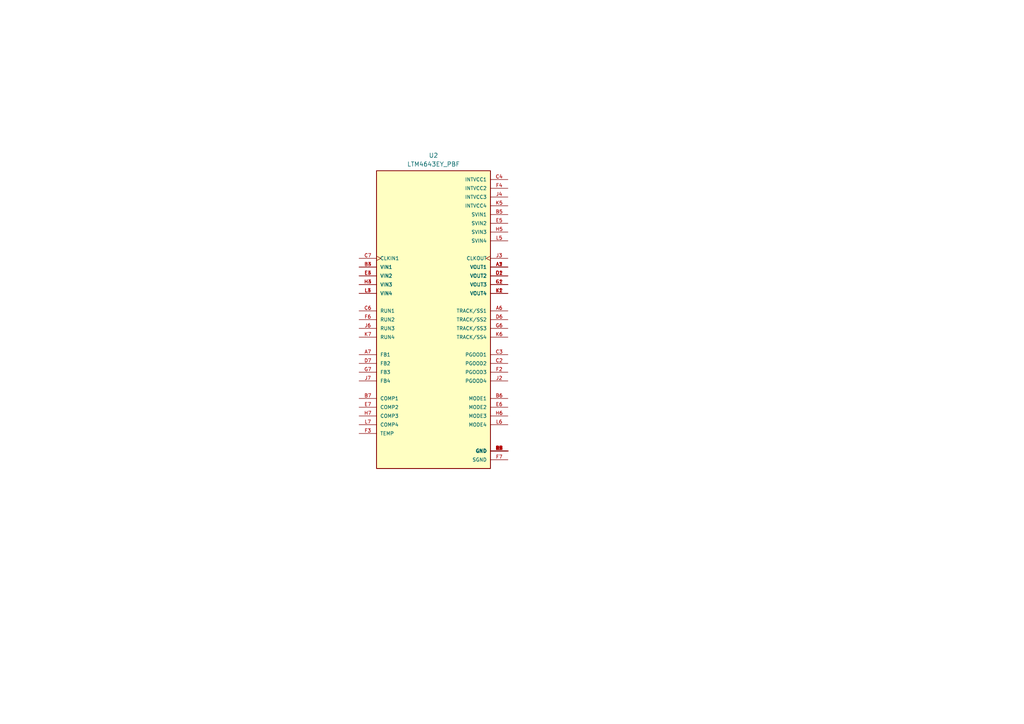
<source format=kicad_sch>
(kicad_sch (version 20230121) (generator eeschema)
  (paper "A4")
  (lib_symbols
    (symbol "pedrolib:LTM4643EY_PBF" (pin_names (offset 1.016))
      (property "Reference" "U" (at -15.2477 43.2018 0))
      (property "Value" "LTM4643EY_PBF" (at -15.2641 -45.7922 0))
      (symbol "LTM4643EY_PBF_0_0"
        (rectangle (start -15.24 -43.18) (end 17.78 43.18) (stroke (width 0.254)) (fill (type background)))
        (pin output line (at 22.86 15.24 180) (length 5.08) (name "VOUT1") (number "A1"))
        (pin output line (at 22.86 15.24 180) (length 5.08) (name "VOUT1") (number "A2"))
        (pin output line (at 22.86 15.24 180) (length 5.08) (name "VOUT1") (number "A3"))
        (pin power_in line (at 22.86 -38.1 180) (length 5.08) (name "GND") (number "A4"))
        (pin power_in line (at 22.86 -38.1 180) (length 5.08) (name "GND") (number "A5"))
        (pin output line (at 22.86 2.54 180) (length 5.08) (name "TRACK/SS1") (number "A6"))
        (pin input line (at -20.32 -10.16 0) (length 5.08) (name "FB1") (number "A7"))
        (pin power_in line (at 22.86 -38.1 180) (length 5.08) (name "GND") (number "B1"))
        (pin power_in line (at 22.86 -38.1 180) (length 5.08) (name "GND") (number "B2"))
        (pin input line (at -20.32 15.24 0) (length 5.08) (name "VIN1") (number "B3"))
        (pin input line (at -20.32 15.24 0) (length 5.08) (name "VIN1") (number "B4"))
        (pin power_in line (at 22.86 30.48 180) (length 5.08) (name "SVIN1") (number "B5"))
        (pin passive line (at 22.86 -22.86 180) (length 5.08) (name "MODE1") (number "B6"))
        (pin bidirectional line (at -20.32 -22.86 0) (length 5.08) (name "COMP1") (number "B7"))
        (pin output line (at 22.86 12.7 180) (length 5.08) (name "VOUT2") (number "C1"))
        (pin output line (at 22.86 -12.7 180) (length 5.08) (name "PGOOD2") (number "C2"))
        (pin output line (at 22.86 -10.16 180) (length 5.08) (name "PGOOD1") (number "C3"))
        (pin power_in line (at 22.86 40.64 180) (length 5.08) (name "INTVCC1") (number "C4"))
        (pin power_in line (at 22.86 -38.1 180) (length 5.08) (name "GND") (number "C5"))
        (pin input line (at -20.32 2.54 0) (length 5.08) (name "RUN1") (number "C6"))
        (pin input clock (at -20.32 17.78 0) (length 5.08) (name "CLKIN1") (number "C7"))
        (pin output line (at 22.86 12.7 180) (length 5.08) (name "VOUT2") (number "D1"))
        (pin output line (at 22.86 12.7 180) (length 5.08) (name "VOUT2") (number "D2"))
        (pin power_in line (at 22.86 -38.1 180) (length 5.08) (name "GND") (number "D3"))
        (pin power_in line (at 22.86 -38.1 180) (length 5.08) (name "GND") (number "D4"))
        (pin power_in line (at 22.86 -38.1 180) (length 5.08) (name "GND") (number "D5"))
        (pin output line (at 22.86 0 180) (length 5.08) (name "TRACK/SS2") (number "D6"))
        (pin input line (at -20.32 -12.7 0) (length 5.08) (name "FB2") (number "D7"))
        (pin power_in line (at 22.86 -38.1 180) (length 5.08) (name "GND") (number "E1"))
        (pin power_in line (at 22.86 -38.1 180) (length 5.08) (name "GND") (number "E2"))
        (pin input line (at -20.32 12.7 0) (length 5.08) (name "VIN2") (number "E3"))
        (pin input line (at -20.32 12.7 0) (length 5.08) (name "VIN2") (number "E4"))
        (pin power_in line (at 22.86 27.94 180) (length 5.08) (name "SVIN2") (number "E5"))
        (pin passive line (at 22.86 -25.4 180) (length 5.08) (name "MODE2") (number "E6"))
        (pin bidirectional line (at -20.32 -25.4 0) (length 5.08) (name "COMP2") (number "E7"))
        (pin output line (at 22.86 10.16 180) (length 5.08) (name "VOUT3") (number "F1"))
        (pin output line (at 22.86 -15.24 180) (length 5.08) (name "PGOOD3") (number "F2"))
        (pin bidirectional line (at -20.32 -33.02 0) (length 5.08) (name "TEMP") (number "F3"))
        (pin power_in line (at 22.86 38.1 180) (length 5.08) (name "INTVCC2") (number "F4"))
        (pin power_in line (at 22.86 -38.1 180) (length 5.08) (name "GND") (number "F5"))
        (pin input line (at -20.32 0 0) (length 5.08) (name "RUN2") (number "F6"))
        (pin power_in line (at 22.86 -40.64 180) (length 5.08) (name "SGND") (number "F7"))
        (pin output line (at 22.86 10.16 180) (length 5.08) (name "VOUT3") (number "G1"))
        (pin output line (at 22.86 10.16 180) (length 5.08) (name "VOUT3") (number "G2"))
        (pin power_in line (at 22.86 -38.1 180) (length 5.08) (name "GND") (number "G3"))
        (pin power_in line (at 22.86 -38.1 180) (length 5.08) (name "GND") (number "G4"))
        (pin power_in line (at 22.86 -38.1 180) (length 5.08) (name "GND") (number "G5"))
        (pin output line (at 22.86 -2.54 180) (length 5.08) (name "TRACK/SS3") (number "G6"))
        (pin input line (at -20.32 -15.24 0) (length 5.08) (name "FB3") (number "G7"))
        (pin power_in line (at 22.86 -38.1 180) (length 5.08) (name "GND") (number "H1"))
        (pin power_in line (at 22.86 -38.1 180) (length 5.08) (name "GND") (number "H2"))
        (pin input line (at -20.32 10.16 0) (length 5.08) (name "VIN3") (number "H3"))
        (pin input line (at -20.32 10.16 0) (length 5.08) (name "VIN3") (number "H4"))
        (pin power_in line (at 22.86 25.4 180) (length 5.08) (name "SVIN3") (number "H5"))
        (pin passive line (at 22.86 -27.94 180) (length 5.08) (name "MODE3") (number "H6"))
        (pin bidirectional line (at -20.32 -27.94 0) (length 5.08) (name "COMP3") (number "H7"))
        (pin output line (at 22.86 7.62 180) (length 5.08) (name "VOUT4") (number "J1"))
        (pin output line (at 22.86 -17.78 180) (length 5.08) (name "PGOOD4") (number "J2"))
        (pin output clock (at 22.86 17.78 180) (length 5.08) (name "CLKOUT") (number "J3"))
        (pin power_in line (at 22.86 35.56 180) (length 5.08) (name "INTVCC3") (number "J4"))
        (pin power_in line (at 22.86 -38.1 180) (length 5.08) (name "GND") (number "J5"))
        (pin input line (at -20.32 -2.54 0) (length 5.08) (name "RUN3") (number "J6"))
        (pin input line (at -20.32 -17.78 0) (length 5.08) (name "FB4") (number "J7"))
        (pin output line (at 22.86 7.62 180) (length 5.08) (name "VOUT4") (number "K1"))
        (pin output line (at 22.86 7.62 180) (length 5.08) (name "VOUT4") (number "K2"))
        (pin power_in line (at 22.86 -38.1 180) (length 5.08) (name "GND") (number "K3"))
        (pin power_in line (at 22.86 -38.1 180) (length 5.08) (name "GND") (number "K4"))
        (pin power_in line (at 22.86 33.02 180) (length 5.08) (name "INTVCC4") (number "K5"))
        (pin output line (at 22.86 -5.08 180) (length 5.08) (name "TRACK/SS4") (number "K6"))
        (pin input line (at -20.32 -5.08 0) (length 5.08) (name "RUN4") (number "K7"))
        (pin power_in line (at 22.86 -38.1 180) (length 5.08) (name "GND") (number "L1"))
        (pin power_in line (at 22.86 -38.1 180) (length 5.08) (name "GND") (number "L2"))
        (pin input line (at -20.32 7.62 0) (length 5.08) (name "VIN4") (number "L3"))
        (pin input line (at -20.32 7.62 0) (length 5.08) (name "VIN4") (number "L4"))
        (pin power_in line (at 22.86 22.86 180) (length 5.08) (name "SVIN4") (number "L5"))
        (pin passive line (at 22.86 -30.48 180) (length 5.08) (name "MODE4") (number "L6"))
        (pin bidirectional line (at -20.32 -30.48 0) (length 5.08) (name "COMP4") (number "L7"))
      )
    )
  )
  (symbol (lib_id "pedrolib:LTM4643EY_PBF") (at 124.46 92.71 0) (unit 1)
    (property "Reference" "U2" (at 125.73 45.085 0))
    (property "Value" "LTM4643EY_PBF" (at 125.73 47.625 0))
    (property "Footprint" "pedrolib:BGA77C127P7X11_1500X900X262" (effects hide))
    (property "MF" "Analog Devices" (effects hide))
    (property "Description" "\nNon-Isolated PoL Module DC DC Converter 4 Output 0.6 ~ 3.3V 0.6 ~ 3.3V 0.6 ~ 3.3V 3A, 3A, 3A, 3A 4V - 20V Input\n" (effects hide))
    (property "Package" "BBGA-77 Linear Technology" (effects hide))
    (property "Price" "None" (effects hide))
    (property "Check_prices" "https://www.snapeda.com/parts/LTM4643EY%23PBF/Analog+Devices/view-part/?ref=eda" (effects hide))
    (property "PART_REV" "B" (effects hide))
    (property "STANDARD" "IPC-7351B" (effects hide))
    (property "SnapEDA_Link" "https://www.snapeda.com/parts/LTM4643EY%23PBF/Analog+Devices/view-part/?ref=snap" (effects hide))
    (property "MP" "LTM4643EY#PBF" (effects hide))
    (property "Purchase-URL" "https://www.snapeda.com/api/url_track_click_mouser/?unipart_id=2769272&manufacturer=Analog Devices&part_name=LTM4643EY#PBF&search_term=ltm4643" (effects hide))
    (property "Availability" "In Stock" (effects hide))
    (property "MANUFACTURER" "LINEAR TECHNOLOGY" (effects hide))
  )
)
</source>
